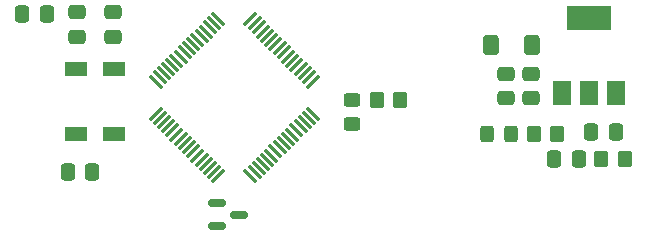
<source format=gbr>
%TF.GenerationSoftware,KiCad,Pcbnew,8.0.1*%
%TF.CreationDate,2024-03-27T10:15:15-03:00*%
%TF.ProjectId,CPU Stm32G431,43505520-5374-46d3-9332-473433312e6b,rev?*%
%TF.SameCoordinates,Original*%
%TF.FileFunction,Paste,Top*%
%TF.FilePolarity,Positive*%
%FSLAX46Y46*%
G04 Gerber Fmt 4.6, Leading zero omitted, Abs format (unit mm)*
G04 Created by KiCad (PCBNEW 8.0.1) date 2024-03-27 10:15:15*
%MOMM*%
%LPD*%
G01*
G04 APERTURE LIST*
G04 Aperture macros list*
%AMRoundRect*
0 Rectangle with rounded corners*
0 $1 Rounding radius*
0 $2 $3 $4 $5 $6 $7 $8 $9 X,Y pos of 4 corners*
0 Add a 4 corners polygon primitive as box body*
4,1,4,$2,$3,$4,$5,$6,$7,$8,$9,$2,$3,0*
0 Add four circle primitives for the rounded corners*
1,1,$1+$1,$2,$3*
1,1,$1+$1,$4,$5*
1,1,$1+$1,$6,$7*
1,1,$1+$1,$8,$9*
0 Add four rect primitives between the rounded corners*
20,1,$1+$1,$2,$3,$4,$5,0*
20,1,$1+$1,$4,$5,$6,$7,0*
20,1,$1+$1,$6,$7,$8,$9,0*
20,1,$1+$1,$8,$9,$2,$3,0*%
G04 Aperture macros list end*
%ADD10RoundRect,0.150000X-0.587500X-0.150000X0.587500X-0.150000X0.587500X0.150000X-0.587500X0.150000X0*%
%ADD11RoundRect,0.250000X-0.350000X-0.450000X0.350000X-0.450000X0.350000X0.450000X-0.350000X0.450000X0*%
%ADD12RoundRect,0.250000X-0.400000X-0.600000X0.400000X-0.600000X0.400000X0.600000X-0.400000X0.600000X0*%
%ADD13RoundRect,0.250000X-0.337500X-0.475000X0.337500X-0.475000X0.337500X0.475000X-0.337500X0.475000X0*%
%ADD14RoundRect,0.250000X0.475000X-0.337500X0.475000X0.337500X-0.475000X0.337500X-0.475000X-0.337500X0*%
%ADD15RoundRect,0.250000X-0.475000X0.337500X-0.475000X-0.337500X0.475000X-0.337500X0.475000X0.337500X0*%
%ADD16RoundRect,0.250000X0.337500X0.475000X-0.337500X0.475000X-0.337500X-0.475000X0.337500X-0.475000X0*%
%ADD17RoundRect,0.250000X-0.325000X-0.450000X0.325000X-0.450000X0.325000X0.450000X-0.325000X0.450000X0*%
%ADD18RoundRect,0.250000X0.450000X-0.325000X0.450000X0.325000X-0.450000X0.325000X-0.450000X-0.325000X0*%
%ADD19R,1.500000X2.000000*%
%ADD20R,3.800000X2.000000*%
%ADD21RoundRect,0.250000X0.350000X0.450000X-0.350000X0.450000X-0.350000X-0.450000X0.350000X-0.450000X0*%
%ADD22RoundRect,0.075000X-0.441942X-0.548008X0.548008X0.441942X0.441942X0.548008X-0.548008X-0.441942X0*%
%ADD23RoundRect,0.075000X0.441942X-0.548008X0.548008X-0.441942X-0.441942X0.548008X-0.548008X0.441942X0*%
%ADD24R,1.900000X1.300000*%
G04 APERTURE END LIST*
D10*
%TO.C,U4*%
X147062500Y-113250000D03*
X147062500Y-115150000D03*
X148937500Y-114200000D03*
%TD*%
D11*
%TO.C,R8*%
X179600000Y-109500000D03*
X181600000Y-109500000D03*
%TD*%
D12*
%TO.C,D6*%
X170250000Y-99800000D03*
X173750000Y-99800000D03*
%TD*%
D13*
%TO.C,C18*%
X178762500Y-107200000D03*
X180837500Y-107200000D03*
%TD*%
D14*
%TO.C,C10*%
X171580000Y-104357500D03*
X171580000Y-102282500D03*
%TD*%
D15*
%TO.C,C5*%
X135200000Y-97062500D03*
X135200000Y-99137500D03*
%TD*%
D16*
%TO.C,C3*%
X136537500Y-110550000D03*
X134462500Y-110550000D03*
%TD*%
D17*
%TO.C,D2*%
X169955000Y-107400000D03*
X172005000Y-107400000D03*
%TD*%
D16*
%TO.C,C2*%
X132687500Y-97250000D03*
X130612500Y-97250000D03*
%TD*%
D14*
%TO.C,C9*%
X173680000Y-104357500D03*
X173680000Y-102282500D03*
%TD*%
D18*
%TO.C,D1*%
X158500000Y-106525000D03*
X158500000Y-104475000D03*
%TD*%
D13*
%TO.C,C8*%
X175662500Y-109500000D03*
X177737500Y-109500000D03*
%TD*%
D19*
%TO.C,U3*%
X176280000Y-103870000D03*
X178580000Y-103870000D03*
D20*
X178580000Y-97570000D03*
D19*
X180880000Y-103870000D03*
%TD*%
D21*
%TO.C,R2*%
X162600000Y-104500000D03*
X160600000Y-104500000D03*
%TD*%
%TO.C,R3*%
X175900000Y-107400000D03*
X173900000Y-107400000D03*
%TD*%
D15*
%TO.C,C4*%
X138300000Y-97062500D03*
X138300000Y-99137500D03*
%TD*%
D22*
%TO.C,U1*%
X141895519Y-105661181D03*
X142249072Y-106014734D03*
X142602625Y-106368287D03*
X142956179Y-106721841D03*
X143309732Y-107075394D03*
X143663286Y-107428948D03*
X144016839Y-107782501D03*
X144370392Y-108136054D03*
X144723946Y-108489608D03*
X145077499Y-108843161D03*
X145431052Y-109196714D03*
X145784606Y-109550268D03*
X146138159Y-109903821D03*
X146491713Y-110257375D03*
X146845266Y-110610928D03*
X147198819Y-110964481D03*
D23*
X149921181Y-110964481D03*
X150274734Y-110610928D03*
X150628287Y-110257375D03*
X150981841Y-109903821D03*
X151335394Y-109550268D03*
X151688948Y-109196714D03*
X152042501Y-108843161D03*
X152396054Y-108489608D03*
X152749608Y-108136054D03*
X153103161Y-107782501D03*
X153456714Y-107428948D03*
X153810268Y-107075394D03*
X154163821Y-106721841D03*
X154517375Y-106368287D03*
X154870928Y-106014734D03*
X155224481Y-105661181D03*
D22*
X155224481Y-102938819D03*
X154870928Y-102585266D03*
X154517375Y-102231713D03*
X154163821Y-101878159D03*
X153810268Y-101524606D03*
X153456714Y-101171052D03*
X153103161Y-100817499D03*
X152749608Y-100463946D03*
X152396054Y-100110392D03*
X152042501Y-99756839D03*
X151688948Y-99403286D03*
X151335394Y-99049732D03*
X150981841Y-98696179D03*
X150628287Y-98342625D03*
X150274734Y-97989072D03*
X149921181Y-97635519D03*
D23*
X147198819Y-97635519D03*
X146845266Y-97989072D03*
X146491713Y-98342625D03*
X146138159Y-98696179D03*
X145784606Y-99049732D03*
X145431052Y-99403286D03*
X145077499Y-99756839D03*
X144723946Y-100110392D03*
X144370392Y-100463946D03*
X144016839Y-100817499D03*
X143663286Y-101171052D03*
X143309732Y-101524606D03*
X142956179Y-101878159D03*
X142602625Y-102231713D03*
X142249072Y-102585266D03*
X141895519Y-102938819D03*
%TD*%
D24*
%TO.C,Y2*%
X135150000Y-101850000D03*
X138350000Y-101850000D03*
X135150000Y-107350000D03*
X138350000Y-107350000D03*
%TD*%
M02*

</source>
